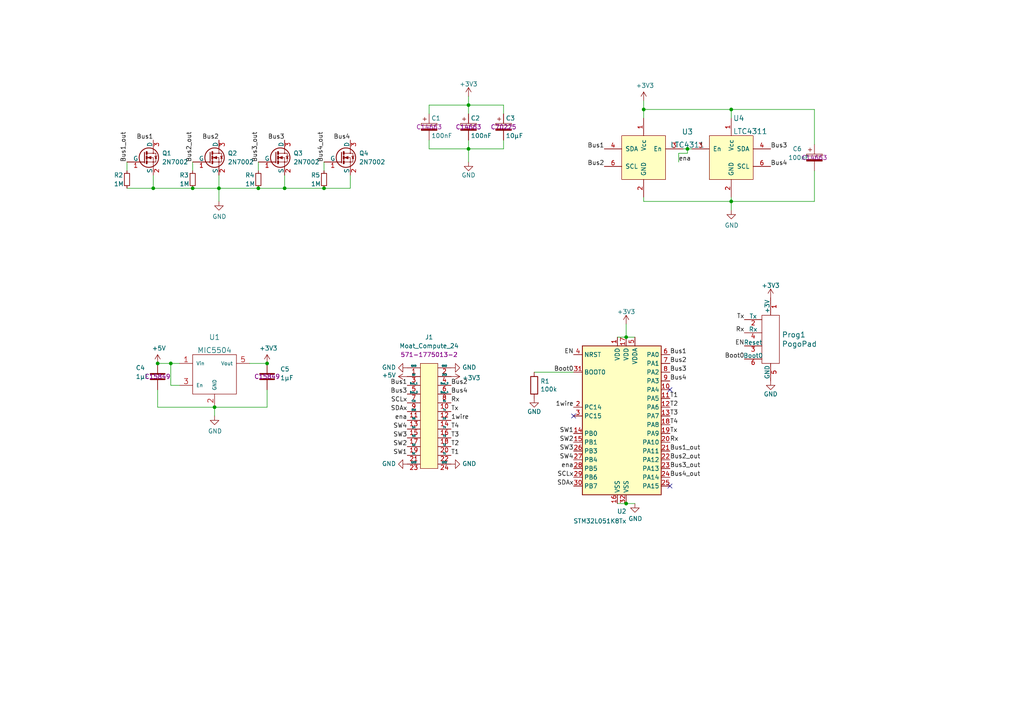
<source format=kicad_sch>
(kicad_sch (version 20220126) (generator eeschema)
  (paper "A4")
  (lib_symbols
    (symbol "Device:R" (pin_numbers hide) (pin_names (offset 0))
      (property "Reference" "R" (at 2.032 0 90))
      (property "Value" "Device_R" (at 0 0 90))
      (symbol "R_0_1"
        (rectangle (start -1.016 -2.54) (end 1.016 2.54) (stroke (width 0.254)))
      )
      (symbol "R_1_1"
        (pin passive line (at 0 3.81 270) (length 1.27) (name "~") (number "1"))
        (pin passive line (at 0 -3.81 90) (length 1.27) (name "~") (number "2"))
      )
    )
    (symbol "LTC4311_1" (pin_names (offset 1.016))
      (property "Reference" "U3" (at 12.7 7.5056 0))
      (property "Value" "LTC4311_1" (at 12.7 3.6956 0))
      (symbol "LTC4311_1_0_1"
        (rectangle (start -6.35 6.35) (end 6.35 -6.35) (fill (type background)))
      )
      (symbol "LTC4311_1_1_1"
        (pin power_in line (at 0 11.43 270) (length 5.08) (name "Vcc") (number "1"))
        (pin power_in line (at 0 -11.43 90) (length 5.08) (name "GND") (number "2"))
        (pin input line (at 11.43 2.54 180) (length 5.08) (name "En") (number "3"))
        (pin bidirectional line (at -11.43 2.54 0) (length 5.08) (name "SDA") (number "4"))
        (pin no_connect line (at 6.35 0 0) (length 2.54) hide (name "NC") (number "5"))
        (pin bidirectional line (at -11.43 -2.54 0) (length 5.08) (name "SCL") (number "6"))
      )
    )
    (symbol "localparts:CP_100n_50V_0603" (pin_numbers hide) (pin_names (offset 0.254))
      (property "Reference" "C4" (at 2.9211 1.1494 0))
      (property "Value" "CP_100n_50V_0603" (at 2.9211 -1.1493 0))
      (property "LCSC" "C14663" (at 0 0 0))
      (symbol "CP_100n_50V_0603_0_1"
        (rectangle (start -2.286 0.508) (end -2.286 1.016))
        (rectangle (start -2.286 0.508) (end 2.286 0.508))
        (polyline (pts (xy -1.778 2.286) (xy -0.762 2.286)))
        (polyline (pts (xy -1.27 2.794) (xy -1.27 1.778)))
        (rectangle (start 2.286 -0.508) (end -2.286 -1.016) (fill (type outline)))
        (rectangle (start 2.286 1.016) (end -2.286 1.016))
        (rectangle (start 2.286 1.016) (end 2.286 0.508))
      )
      (symbol "CP_100n_50V_0603_1_1"
        (pin passive line (at 0 3.81 270) (length 2.794) (name "~") (number "1"))
        (pin passive line (at 0 -3.81 90) (length 2.794) (name "~") (number "2"))
      )
    )
    (symbol "localparts:CP_10µ_16V_0603" (pin_numbers hide) (pin_names (offset 0.254))
      (property "Reference" "C3" (at 2.9211 1.1494 0))
      (property "Value" "CP_10µ_16V_0603" (at 2.9211 -1.1493 0))
      (property "LCSC" "C70225" (at 0 0 0))
      (symbol "CP_10µ_16V_0603_0_1"
        (rectangle (start -2.286 0.508) (end -2.286 1.016))
        (rectangle (start -2.286 0.508) (end 2.286 0.508))
        (polyline (pts (xy -1.778 2.286) (xy -0.762 2.286)))
        (polyline (pts (xy -1.27 2.794) (xy -1.27 1.778)))
        (rectangle (start 2.286 -0.508) (end -2.286 -1.016) (fill (type outline)))
        (rectangle (start 2.286 1.016) (end -2.286 1.016))
        (rectangle (start 2.286 1.016) (end 2.286 0.508))
      )
      (symbol "CP_10µ_16V_0603_1_1"
        (pin passive line (at 0 3.81 270) (length 2.794) (name "~") (number "1"))
        (pin passive line (at 0 -3.81 90) (length 2.794) (name "~") (number "2"))
      )
    )
    (symbol "localparts:CP_1µ_50V_0603" (pin_numbers hide) (pin_names (offset 0.254))
      (property "Reference" "C22" (at 0 6.3692 90))
      (property "Value" "CP_1µ_50V_0603" (at 0 4.07 90))
      (property "LCSC" "C15849" (at 0 0 0))
      (symbol "CP_1µ_50V_0603_0_1"
        (polyline (pts (xy -2.032 -0.762) (xy 2.032 -0.762)) (stroke (width 0.508)))
        (polyline (pts (xy -2.032 0.762) (xy 2.032 0.762)) (stroke (width 0.508)))
      )
      (symbol "CP_1µ_50V_0603_1_1"
        (pin passive line (at 0 3.81 270) (length 2.794) (name "~") (number "1"))
        (pin passive line (at 0 -3.81 90) (length 2.794) (name "~") (number "2"))
      )
    )
    (symbol "localparts:STM32L051K8Tx"
      (property "Reference" "U" (at -12.7 21.59 0))
      (property "Value" "STM32L051K8Tx" (at 5.08 21.59 0))
      (symbol "STM32L051K8Tx_0_1"
        (rectangle (start -12.7 -22.86) (end 10.16 20.32) (stroke (width 0.254)) (fill (type background)))
      )
      (symbol "STM32L051K8Tx_1_1"
        (pin power_in line (at -2.54 22.86 270) (length 2.54) (name "VDD") (number "1"))
        (pin bidirectional line (at 12.7 7.62 180) (length 2.54) (name "PA4") (number "10"))
        (pin bidirectional line (at 12.7 5.08 180) (length 2.54) (name "PA5") (number "11"))
        (pin bidirectional line (at 12.7 2.54 180) (length 2.54) (name "PA6") (number "12"))
        (pin bidirectional line (at 12.7 0 180) (length 2.54) (name "PA7") (number "13"))
        (pin bidirectional line (at -15.24 -5.08 0) (length 2.54) (name "PB0") (number "14"))
        (pin bidirectional line (at -15.24 -7.62 0) (length 2.54) (name "PB1") (number "15"))
        (pin power_in line (at -2.54 -25.4 90) (length 2.54) (name "VSS") (number "16"))
        (pin power_in line (at 0 22.86 270) (length 2.54) (name "VDD") (number "17"))
        (pin bidirectional line (at 12.7 -2.54 180) (length 2.54) (name "PA8") (number "18"))
        (pin bidirectional line (at 12.7 -5.08 180) (length 2.54) (name "PA9") (number "19"))
        (pin bidirectional line (at -15.24 2.54 0) (length 2.54) (name "PC14") (number "2"))
        (pin bidirectional line (at 12.7 -7.62 180) (length 2.54) (name "PA10") (number "20"))
        (pin bidirectional line (at 12.7 -10.16 180) (length 2.54) (name "PA11") (number "21"))
        (pin bidirectional line (at 12.7 -12.7 180) (length 2.54) (name "PA12") (number "22"))
        (pin bidirectional line (at 12.7 -15.24 180) (length 2.54) (name "PA13") (number "23"))
        (pin bidirectional line (at 12.7 -17.78 180) (length 2.54) (name "PA14") (number "24"))
        (pin bidirectional line (at 12.7 -20.32 180) (length 2.54) (name "PA15") (number "25"))
        (pin bidirectional line (at -15.24 -10.16 0) (length 2.54) (name "PB3") (number "26"))
        (pin bidirectional line (at -15.24 -12.7 0) (length 2.54) (name "PB4") (number "27"))
        (pin bidirectional line (at -15.24 -15.24 0) (length 2.54) (name "PB5") (number "28"))
        (pin bidirectional line (at -15.24 -17.78 0) (length 2.54) (name "PB6") (number "29"))
        (pin bidirectional line (at -15.24 0 0) (length 2.54) (name "PC15") (number "3"))
        (pin bidirectional line (at -15.24 -20.32 0) (length 2.54) (name "PB7") (number "30"))
        (pin input line (at -15.24 12.7 0) (length 2.54) (name "BOOT0") (number "31"))
        (pin power_in line (at 0 -25.4 90) (length 2.54) (name "VSS") (number "32"))
        (pin input line (at -15.24 17.78 0) (length 2.54) (name "NRST") (number "4"))
        (pin power_in line (at 2.54 22.86 270) (length 2.54) (name "VDDA") (number "5"))
        (pin bidirectional line (at 12.7 17.78 180) (length 2.54) (name "PA0") (number "6"))
        (pin bidirectional line (at 12.7 15.24 180) (length 2.54) (name "PA1") (number "7"))
        (pin bidirectional line (at 12.7 12.7 180) (length 2.54) (name "PA2") (number "8"))
        (pin bidirectional line (at 12.7 10.16 180) (length 2.54) (name "PA3") (number "9"))
      )
    )
    (symbol "localstuff:+3.3V" (power) (pin_names (offset 0))
      (property "Value" "+3.3V" (at 0 3.556 0))
      (symbol "+3.3V_0_1"
        (polyline (pts (xy -0.762 1.27) (xy 0 2.54)))
        (polyline (pts (xy 0 0) (xy 0 2.54)))
        (polyline (pts (xy 0 2.54) (xy 0.762 1.27)))
      )
      (symbol "+3.3V_1_1"
        (pin power_in line (at 0 0 90) (length 0) hide (name "+3V3") (number "1"))
      )
    )
    (symbol "localstuff:+5V" (power) (pin_names (offset 0))
      (property "Value" "+5V" (at 0 3.556 0))
      (symbol "+5V_0_1"
        (polyline (pts (xy -0.762 1.27) (xy 0 2.54)))
        (polyline (pts (xy 0 0) (xy 0 2.54)))
        (polyline (pts (xy 0 2.54) (xy 0.762 1.27)))
      )
      (symbol "+5V_1_1"
        (pin power_in line (at 0 0 90) (length 0) hide (name "+5V") (number "1"))
      )
    )
    (symbol "localstuff:2N7002" (pin_names (offset 0))
      (property "Reference" "Q" (at 5.08 1.905 0))
      (property "Value" "2N7002" (at 5.08 0 0))
      (symbol "2N7002_0_1"
        (polyline (pts (xy 0.635 -1.016) (xy 0.635 -1.651)) (stroke (width 0.508)))
        (polyline (pts (xy 0.635 0.381) (xy 0.635 -0.381)) (stroke (width 0.508)))
        (polyline (pts (xy 0.635 1.651) (xy 0.635 1.016)) (stroke (width 0.508)))
        (polyline (pts (xy 3.048 0.381) (xy 2.921 0.254)))
        (polyline (pts (xy 3.048 0.381) (xy 3.556 0.381)))
        (polyline (pts (xy 3.556 0.381) (xy 3.683 0.508)))
        (polyline (pts (xy 0 1.524) (xy 0 -1.524) (xy 0 -1.524)) (stroke (width 0.254)))
        (polyline (pts (xy 0.762 -1.27) (xy 2.54 -1.27) (xy 2.54 -2.54) (xy 2.54 -2.54)))
        (polyline (pts (xy 0.762 1.27) (xy 2.54 1.27) (xy 2.54 2.54) (xy 2.54 2.54)))
        (polyline (pts (xy 2.54 1.27) (xy 3.302 1.27) (xy 3.302 -1.27) (xy 2.54 -1.27)))
        (polyline (pts (xy 3.302 0.381) (xy 3.048 -0.254) (xy 3.556 -0.254) (xy 3.302 0.381)) (fill (type outline)))
        (polyline (pts (xy 0.762 0) (xy 1.27 0) (xy 2.54 0) (xy 2.54 -1.27) (xy 2.54 -1.27)))
        (polyline (pts (xy 0.889 0) (xy 1.905 0.381) (xy 1.905 -0.381) (xy 0.889 0) (xy 1.016 0) (xy 1.016 0)) (fill (type outline)))
        (circle (center 1.27 0) (radius 2.8194) (stroke (width 0.254)))
        (circle (center 2.54 -1.27) (radius 0.127))
        (circle (center 2.54 1.27) (radius 0.127))
      )
      (symbol "2N7002_1_1"
        (pin passive line (at -5.08 -1.27 0) (length 5.08) (name "G") (number "1"))
        (pin passive line (at 2.54 -5.08 90) (length 2.54) (name "S") (number "2"))
        (pin passive line (at 2.54 5.08 270) (length 2.54) (name "D") (number "3"))
      )
    )
    (symbol "localstuff:GND" (power) (pin_names (offset 0))
      (property "Value" "GND" (at 0 -3.81 0))
      (symbol "GND_0_1"
        (polyline (pts (xy 0 0) (xy 0 -1.27) (xy 1.27 -1.27) (xy 0 -2.54) (xy -1.27 -1.27) (xy 0 -1.27)))
      )
      (symbol "GND_1_1"
        (pin power_in line (at 0 0 270) (length 0) hide (name "GND") (number "1"))
      )
    )
    (symbol "localstuff:LTC4311" (pin_names (offset 1.016))
      (property "Reference" "U3" (at 12.7 7.5056 0))
      (property "Value" "LTC4311" (at 12.7 3.6956 0))
      (symbol "LTC4311_0_1"
        (rectangle (start -6.35 6.35) (end 6.35 -6.35) (fill (type background)))
      )
      (symbol "LTC4311_1_1"
        (pin power_in line (at 0 11.43 270) (length 5.08) (name "Vcc") (number "1"))
        (pin power_in line (at 0 -11.43 90) (length 5.08) (name "GND") (number "2"))
        (pin input line (at 11.43 2.54 180) (length 5.08) (name "En") (number "3"))
        (pin bidirectional line (at -11.43 2.54 0) (length 5.08) (name "SDA") (number "4"))
        (pin no_connect line (at 6.35 0 0) (length 2.54) hide (name "NC") (number "5"))
        (pin bidirectional line (at -11.43 -2.54 0) (length 5.08) (name "SCL") (number "6"))
      )
    )
    (symbol "localstuff:MIC5504" (pin_names (offset 1.016))
      (property "Reference" "U1" (at 0 11.43 0))
      (property "Value" "MIC5504" (at 0 7.62 0))
      (symbol "MIC5504_0_1"
        (rectangle (start -6.35 6.35) (end 6.35 -5.08))
      )
      (symbol "MIC5504_1_1"
        (pin power_in line (at -10.16 3.81 0) (length 3.81) (name "Vin") (number "1"))
        (pin power_in line (at 0 -8.89 90) (length 3.81) (name "GND") (number "2"))
        (pin input line (at -10.16 -2.54 0) (length 3.81) (name "En") (number "3"))
        (pin no_connect line (at 6.35 -3.175 0) (length 2.54) hide (name "NC") (number "4"))
        (pin power_out line (at 10.16 3.81 180) (length 3.81) (name "Vout") (number "5"))
      )
    )
    (symbol "localstuff:Moat_Compute_24" (pin_names (offset 0))
      (property "Reference" "J" (at 0 13.97 0))
      (property "Value" "Moat_Compute_24" (at 0 -20.32 0))
      (property "Mouser" "571-1775013-2" (at 0 0 90))
      (symbol "Moat_Compute_24_1_1"
        (rectangle (start -2.54 12.7) (end 2.54 -17.78) (fill (type background)))
        (pin power_out line (at -6.35 11.43 0) (length 3.81) (name "GND") (number "1"))
        (pin output line (at 6.35 1.27 180) (length 3.81) (name "Rx") (number "10"))
        (pin open_collector line (at -6.35 -1.27 0) (length 3.81) (name "Dat") (number "11"))
        (pin input line (at 6.35 -1.27 180) (length 3.81) (name "Tx") (number "12"))
        (pin output line (at -6.35 -3.81 0) (length 3.81) (name "S5") (number "13"))
        (pin input line (at 6.35 -3.81 180) (length 3.81) (name "1W") (number "14"))
        (pin output line (at -6.35 -6.35 0) (length 3.81) (name "S4") (number "15"))
        (pin input line (at 6.35 -6.35 180) (length 3.81) (name "T4") (number "16"))
        (pin output line (at -6.35 -8.89 0) (length 3.81) (name "S3") (number "17"))
        (pin input line (at 6.35 -8.89 180) (length 3.81) (name "T3") (number "18"))
        (pin output line (at -6.35 -11.43 0) (length 3.81) (name "S2") (number "19"))
        (pin power_out line (at 6.35 11.43 180) (length 3.81) (name "GND") (number "2"))
        (pin input line (at 6.35 -11.43 180) (length 3.81) (name "T2") (number "20"))
        (pin output line (at -6.35 -13.97 0) (length 3.81) (name "S1") (number "21"))
        (pin input line (at 6.35 -13.97 180) (length 3.81) (name "T1") (number "22"))
        (pin power_out line (at -6.35 -16.51 0) (length 3.81) (name "GND") (number "23"))
        (pin power_out line (at 6.35 -16.51 180) (length 3.81) (name "GND") (number "24"))
        (pin power_out line (at -6.35 8.89 0) (length 3.81) (name "5V") (number "3"))
        (pin power_in line (at 6.35 8.89 180) (length 3.81) (name "3V3") (number "4"))
        (pin bidirectional line (at -6.35 6.35 0) (length 3.81) (name "Bus_1") (number "5"))
        (pin bidirectional line (at 6.35 6.35 180) (length 3.81) (name "Bus_2") (number "6"))
        (pin bidirectional line (at -6.35 3.81 0) (length 3.81) (name "Bus_3") (number "7"))
        (pin bidirectional line (at 6.35 3.81 180) (length 3.81) (name "Bus_4") (number "8"))
        (pin open_collector line (at -6.35 1.27 0) (length 3.81) (name "Clk") (number "9"))
      )
    )
    (symbol "localstuff:PogoPad" (pin_names (offset 0))
      (property "Reference" "Prog" (at -3.81 2.54 90))
      (property "Value" "PogoPad" (at -1.27 -7.62 90))
      (symbol "PogoPad_0_1"
        (rectangle (start -2.54 -7.62) (end 2.54 6.35))
      )
      (symbol "PogoPad_1_1"
        (pin power_out line (at 0 11.43 270) (length 5.08) (name "+3V") (number "1"))
        (pin input line (at 7.62 5.08 180) (length 5.08) (name "Tx") (number "2"))
        (pin output line (at 7.62 -2.54 180) (length 5.08) (name "Reset") (number "3"))
        (pin output line (at 7.62 1.27 180) (length 5.08) (name "Rx") (number "4"))
        (pin power_out line (at 0 -12.7 90) (length 5.08) (name "GND") (number "5"))
        (pin output line (at 7.62 -6.35 180) (length 5.08) (name "Boot0") (number "6"))
      )
    )
    (symbol "localstuff:R" (pin_numbers hide) (pin_names (offset 0.254) hide)
      (property "Reference" "R" (at 0.762 0.508 0))
      (property "Value" "R" (at 0.762 -1.016 0))
      (symbol "R_0_1"
        (rectangle (start -0.762 1.778) (end 0.762 -1.778) (stroke (width 0.2032)))
      )
      (symbol "R_1_1"
        (pin passive line (at 0 2.54 270) (length 0.762) (name "~") (number "1"))
        (pin passive line (at 0 -2.54 90) (length 0.762) (name "~") (number "2"))
      )
    )
  )
  (junction (at 212.09 58.42))
  (junction (at 82.55 54.61))
  (junction (at 93.98 54.61))
  (junction (at 63.5 54.61))
  (junction (at 186.69 31.75))
  (junction (at 199.39 43.18))
  (junction (at 55.88 54.61))
  (junction (at 74.93 54.61))
  (junction (at 62.23 118.11))
  (junction (at 44.45 54.61))
  (junction (at 45.72 105.41))
  (junction (at 77.47 105.41))
  (junction (at 135.89 30.48))
  (junction (at 135.89 43.18))
  (junction (at 181.61 97.79))
  (junction (at 212.09 31.75))
  (junction (at 49.53 105.41))
  (junction (at 181.61 146.05))
  (no_connect (at 194.31 113.03))
  (no_connect (at 166.37 120.65))
  (no_connect (at 194.31 140.97))
  (wire (pts (xy 212.09 57.15) (xy 212.09 58.42)))
  (wire (pts (xy 36.83 46.99) (xy 36.83 49.53)))
  (wire (pts (xy 101.6 50.8) (xy 101.6 54.61)))
  (wire (pts (xy 146.05 33.02) (xy 146.05 30.48)))
  (wire (pts (xy 45.72 113.03) (xy 45.72 118.11)))
  (wire (pts (xy 186.69 31.75) (xy 186.69 34.29)))
  (wire (pts (xy 212.09 58.42) (xy 212.09 60.96)))
  (wire (pts (xy 135.89 43.18) (xy 135.89 46.99)))
  (wire (pts (xy 212.09 34.29) (xy 212.09 31.75)))
  (wire (pts (xy 44.45 50.8) (xy 44.45 54.61)))
  (wire (pts (xy 212.09 31.75) (xy 186.69 31.75)))
  (wire (pts (xy 196.85 44.45) (xy 199.39 44.45)))
  (wire (pts (xy 82.55 54.61) (xy 74.93 54.61)))
  (wire (pts (xy 77.47 118.11) (xy 62.23 118.11)))
  (wire (pts (xy 212.09 58.42) (xy 236.22 58.42)))
  (wire (pts (xy 181.61 97.79) (xy 181.61 93.98)))
  (wire (pts (xy 101.6 54.61) (xy 93.98 54.61)))
  (wire (pts (xy 52.07 111.76) (xy 49.53 111.76)))
  (wire (pts (xy 82.55 54.61) (xy 93.98 54.61)))
  (wire (pts (xy 199.39 44.45) (xy 199.39 43.18)))
  (wire (pts (xy 49.53 105.41) (xy 52.07 105.41)))
  (wire (pts (xy 74.93 46.99) (xy 74.93 49.53)))
  (wire (pts (xy 82.55 50.8) (xy 82.55 54.61)))
  (wire (pts (xy 93.98 46.99) (xy 93.98 49.53)))
  (wire (pts (xy 199.39 43.18) (xy 200.66 43.18)))
  (wire (pts (xy 49.53 111.76) (xy 49.53 105.41)))
  (wire (pts (xy 77.47 113.03) (xy 77.47 118.11)))
  (wire (pts (xy 146.05 43.18) (xy 135.89 43.18)))
  (wire (pts (xy 135.89 30.48) (xy 124.46 30.48)))
  (wire (pts (xy 135.89 40.64) (xy 135.89 43.18)))
  (wire (pts (xy 124.46 40.64) (xy 124.46 43.18)))
  (wire (pts (xy 72.39 105.41) (xy 77.47 105.41)))
  (wire (pts (xy 181.61 97.79) (xy 184.15 97.79)))
  (wire (pts (xy 45.72 118.11) (xy 62.23 118.11)))
  (wire (pts (xy 63.5 54.61) (xy 63.5 58.42)))
  (wire (pts (xy 236.22 49.53) (xy 236.22 58.42)))
  (wire (pts (xy 198.12 43.18) (xy 199.39 43.18)))
  (wire (pts (xy 146.05 30.48) (xy 135.89 30.48)))
  (wire (pts (xy 36.83 54.61) (xy 44.45 54.61)))
  (wire (pts (xy 44.45 54.61) (xy 55.88 54.61)))
  (wire (pts (xy 74.93 54.61) (xy 63.5 54.61)))
  (wire (pts (xy 186.69 57.15) (xy 186.69 58.42)))
  (wire (pts (xy 135.89 27.94) (xy 135.89 30.48)))
  (wire (pts (xy 45.72 105.41) (xy 49.53 105.41)))
  (wire (pts (xy 236.22 31.75) (xy 212.09 31.75)))
  (wire (pts (xy 184.15 146.05) (xy 181.61 146.05)))
  (wire (pts (xy 124.46 30.48) (xy 124.46 33.02)))
  (wire (pts (xy 186.69 58.42) (xy 212.09 58.42)))
  (wire (pts (xy 179.07 97.79) (xy 181.61 97.79)))
  (wire (pts (xy 62.23 118.11) (xy 62.23 120.65)))
  (wire (pts (xy 124.46 43.18) (xy 135.89 43.18)))
  (wire (pts (xy 55.88 46.99) (xy 55.88 49.53)))
  (wire (pts (xy 236.22 41.91) (xy 236.22 31.75)))
  (wire (pts (xy 186.69 29.21) (xy 186.69 31.75)))
  (wire (pts (xy 196.85 46.99) (xy 196.85 44.45)))
  (wire (pts (xy 135.89 30.48) (xy 135.89 33.02)))
  (wire (pts (xy 154.94 107.95) (xy 166.37 107.95)))
  (wire (pts (xy 146.05 40.64) (xy 146.05 43.18)))
  (wire (pts (xy 181.61 146.05) (xy 179.07 146.05)))
  (wire (pts (xy 63.5 54.61) (xy 63.5 50.8)))
  (wire (pts (xy 55.88 54.61) (xy 63.5 54.61)))
  (label "EN" (at 166.37 102.87 0))
  (label "Bus4" (at 101.6 40.64 0))
  (label "SDAx" (at 166.37 140.97 0))
  (label "T3" (at 130.81 127 0))
  (label "T4" (at 130.81 124.46 0))
  (label "ena" (at 118.11 121.92 0))
  (label "T3" (at 194.31 120.65 0))
  (label "Bus3" (at 223.52 43.18 0))
  (label "SW3" (at 118.11 127 0))
  (label "SW1" (at 118.11 132.08 0))
  (label "T2" (at 194.31 118.11 0))
  (label "Bus1" (at 44.45 40.64 0))
  (label "Bus4" (at 194.31 110.49 0))
  (label "SW2" (at 118.11 129.54 0))
  (label "SCLx" (at 118.11 116.84 0))
  (label "T4" (at 194.31 123.19 0))
  (label "Bus3_out" (at 74.93 46.99 90))
  (label "EN" (at 215.9 100.33 0))
  (label "Bus4_out" (at 93.98 46.99 90))
  (label "Bus2_out" (at 194.31 133.35 0))
  (label "Rx" (at 130.81 116.84 0))
  (label "Rx" (at 215.9 96.52 0))
  (label "Bus2" (at 63.5 40.64 0))
  (label "T1" (at 194.31 115.57 0))
  (label "Boot0" (at 215.9 104.14 0))
  (label "Bus4" (at 223.52 48.26 0))
  (label "Bus3" (at 82.55 40.64 0))
  (label "ena" (at 166.37 135.89 0))
  (label "Rx" (at 194.31 128.27 0))
  (label "Bus1_out" (at 36.83 46.99 90))
  (label "T1" (at 130.81 132.08 0))
  (label "SDAx" (at 118.11 119.38 0))
  (label "Boot0" (at 166.37 107.95 0))
  (label "Bus3" (at 118.11 114.3 0))
  (label "Bus3" (at 194.31 107.95 0))
  (label "1wire" (at 166.37 118.11 0))
  (label "Bus4_out" (at 194.31 138.43 0))
  (label "Bus2_out" (at 55.88 46.99 90))
  (label "Bus1_out" (at 194.31 130.81 0))
  (label "Bus1" (at 118.11 111.76 0))
  (label "SW1" (at 166.37 125.73 0))
  (label "Bus1" (at 175.26 43.18 0))
  (label "Bus3_out" (at 194.31 135.89 0))
  (label "Bus4" (at 130.81 114.3 0))
  (label "1wire" (at 130.81 121.92 0))
  (label "Tx" (at 215.9 92.71 0))
  (label "T2" (at 130.81 129.54 0))
  (label "Bus2" (at 175.26 48.26 0))
  (label "Bus2" (at 194.31 105.41 0))
  (label "Tx" (at 130.81 119.38 0))
  (label "Bus2" (at 130.81 111.76 0))
  (label "SCLx" (at 166.37 138.43 0))
  (label "SW3" (at 166.37 130.81 0))
  (label "Bus1" (at 194.31 102.87 0))
  (label "ena" (at 196.85 46.99 0))
  (label "SW4" (at 166.37 133.35 0))
  (label "Tx" (at 194.31 125.73 0))
  (label "SW2" (at 166.37 128.27 0))
  (label "SW4" (at 118.11 124.46 0))
  (symbol (lib_id "localparts:CP_100n_50V_0603") (at 135.89 36.83 0) (unit 1)
    (property "Reference" "C2" (at 136.525 34.29 0) (effects (justify left)))
    (property "Value" "100nF" (at 136.525 39.37 0) (effects (justify left)))
    (property "Footprint" "Capacitor_SMD:C_0603_1608Metric" (effects hide))
    (property "LCSC" "C14663" (at 135.89 36.83 0))
  )
  (symbol (lib_id "localstuff:+3.3V") (at 135.89 27.94 0) (unit 1)
    (property "Reference" "#PWR01" (effects hide))
    (property "Value" "+3.3V" (at 135.89 24.384 0))
  )
  (symbol (lib_id "localstuff:GND") (at 135.89 46.99 0) (unit 1)
    (property "Reference" "#PWR02" (effects hide))
    (property "Value" "GND" (at 135.89 50.8 0))
  )
  (symbol (lib_id "localstuff:+3.3V") (at 223.52 86.36 0) (unit 1)
    (property "Reference" "#PWR015" (effects hide))
    (property "Value" "+3.3V" (at 223.52 82.804 0))
  )
  (symbol (lib_id "localstuff:GND") (at 223.52 110.49 0) (unit 1)
    (property "Reference" "#PWR016" (effects hide))
    (property "Value" "GND" (at 223.52 114.3 0))
  )
  (symbol (lib_id "localstuff:PogoPad") (at 223.52 97.79 0) (mirror y) (unit 1)
    (property "Reference" "Prog1" (at 226.7712 97.0788 0) (effects (font (size 1.524 1.524)) (justify right)))
    (property "Value" "PogoPad" (at 226.7712 99.7712 0) (effects (font (size 1.524 1.524)) (justify right)))
    (property "Footprint" "localstuff:2X3_PAD" (effects hide))
  )
  (symbol (lib_id "Device:R") (at 154.94 111.76 0) (unit 1)
    (property "Reference" "R1" (at 156.718 110.5916 0) (effects (justify left)))
    (property "Value" "100k" (at 156.718 112.903 0) (effects (justify left)))
    (property "Footprint" "Resistor_SMD:R_0603_1608Metric" (effects hide))
  )
  (symbol (lib_id "localstuff:GND") (at 184.15 146.05 0) (unit 1)
    (property "Reference" "#PWR014" (effects hide))
    (property "Value" "GND" (at 184.277 150.4442 0))
  )
  (symbol (lib_id "localstuff:+3.3V") (at 181.61 93.98 0) (unit 1)
    (property "Reference" "#PWR013" (effects hide))
    (property "Value" "+3.3V" (at 181.61 90.424 0))
  )
  (symbol (lib_id "localstuff:+3.3V") (at 130.81 109.22 270) (unit 1)
    (property "Reference" "#PWR03" (effects hide))
    (property "Value" "+3.3V" (at 134.0612 109.601 90) (effects (justify left)))
  )
  (symbol (lib_id "localstuff:+5V") (at 118.11 109.22 90) (unit 1)
    (property "Reference" "#PWR04" (effects hide))
    (property "Value" "+5V" (at 114.8588 108.839 90) (effects (justify left)))
  )
  (symbol (lib_id "localstuff:GND") (at 130.81 134.62 90) (unit 1)
    (property "Reference" "#PWR07" (effects hide))
    (property "Value" "GND" (at 134.0612 134.493 90) (effects (justify right)))
  )
  (symbol (lib_id "localparts:STM32L051K8Tx") (at 181.61 120.65 0) (unit 1)
    (property "Reference" "U2" (at 180.34 148.3106 0))
    (property "Value" "STM32L051K8Tx" (at 173.99 151.13 0))
    (property "Footprint" "Package_QFP:LQFP-32_7x7mm_P0.8mm" (effects hide))
    (property "Datasheet" "http://www.st.com/st-web-ui/static/active/en/resource/technical/document/datasheet/DM00108219.pdf" (effects hide))
  )
  (symbol (lib_id "localstuff:GND") (at 154.94 115.57 0) (unit 1)
    (property "Reference" "#PWR010" (effects hide))
    (property "Value" "GND" (at 154.94 119.38 0))
  )
  (symbol (lib_id "localparts:CP_10µ_16V_0603") (at 146.05 36.83 0) (unit 1)
    (property "Reference" "C3" (at 146.685 34.29 0) (effects (justify left)))
    (property "Value" "10µF" (at 146.685 39.37 0) (effects (justify left)))
    (property "Footprint" "Capacitor_SMD:C_0603_1608Metric" (effects hide))
    (property "LCSC" "C70225" (at 146.05 36.83 0))
  )
  (symbol (lib_id "localparts:CP_100n_50V_0603") (at 124.46 36.83 0) (unit 1)
    (property "Reference" "C1" (at 125.095 34.29 0) (effects (justify left)))
    (property "Value" "100nF" (at 125.095 39.37 0) (effects (justify left)))
    (property "Footprint" "Capacitor_SMD:C_0603_1608Metric" (effects hide))
    (property "LCSC" "C14663" (at 124.46 36.83 0))
  )
  (symbol (lib_id "localstuff:GND") (at 130.81 106.68 90) (unit 1)
    (property "Reference" "#PWR0101" (effects hide))
    (property "Value" "GND" (at 134.0612 106.553 90) (effects (justify right)))
  )
  (symbol (lib_id "localstuff:R") (at 55.88 52.07 0) (unit 1)
    (property "Reference" "R3" (at 52.07 50.8 0) (effects (justify left)))
    (property "Value" "1M" (at 52.07 53.34 0) (effects (justify left)))
    (property "Footprint" "Resistor_SMD:R_0603_1608Metric" (effects hide))
  )
  (symbol (lib_id "localparts:CP_100n_50V_0603") (at 236.22 45.72 0) (unit 1) (in_bom no) (on_board no)
    (property "Reference" "C6" (at 229.87 43.18 0) (effects (justify left)))
    (property "Value" "100nF" (at 228.6 45.72 0) (effects (justify left)))
    (property "Footprint" "Capacitor_SMD:C_0603_1608Metric" (effects hide))
    (property "LCSC" "C14663" (at 236.22 45.72 0))
  )
  (symbol (lib_id "localstuff:2N7002") (at 41.91 45.72 0) (unit 1)
    (property "Reference" "Q1" (at 46.99 44.4499 0) (effects (justify left)))
    (property "Value" "2N7002" (at 46.99 46.9899 0) (effects (justify left)))
    (property "Footprint" "Package_TO_SOT_SMD:SOT-23" (effects hide))
  )
  (symbol (lib_id "localstuff:+5V") (at 45.72 105.41 0) (unit 1)
    (property "Reference" "#PWR0106" (effects hide))
    (property "Value" "+5V" (at 46.101 101.0158 0))
  )
  (symbol (lib_id "localstuff:GND") (at 212.09 60.96 0) (unit 1)
    (property "Reference" "#PWR0109" (effects hide))
    (property "Value" "GND" (at 212.217 65.3542 0))
  )
  (symbol (lib_id "localstuff:+3.3V") (at 77.47 105.41 0) (unit 1)
    (property "Reference" "#PWR0108" (effects hide))
    (property "Value" "+3.3V" (at 77.851 101.0158 0))
  )
  (symbol (lib_id "localstuff:GND") (at 118.11 134.62 270) (mirror x) (unit 1)
    (property "Reference" "#PWR0102" (effects hide))
    (property "Value" "GND" (at 114.8588 134.493 90) (effects (justify right)))
  )
  (symbol (lib_id "localstuff:2N7002") (at 99.06 45.72 0) (unit 1)
    (property "Reference" "Q4" (at 104.14 44.4499 0) (effects (justify left)))
    (property "Value" "2N7002" (at 104.14 46.9899 0) (effects (justify left)))
    (property "Footprint" "Package_TO_SOT_SMD:SOT-23" (effects hide))
  )
  (symbol (lib_name "LTC4311_1") (lib_id "localstuff:LTC4311") (at 186.69 45.72 0) (unit 1) (in_bom no) (on_board no)
    (property "Reference" "U3" (at 199.39 38.2144 0) (effects (font (size 1.524 1.524))))
    (property "Value" "LTC4311" (at 199.39 42.0244 0) (effects (font (size 1.524 1.524))))
    (property "Footprint" "Package_DFN_QFN:ST_UQFN-6L_1.5x1.7mm_Pitch0.5mm" (effects hide))
    (property "Digikey" "296-24729-1-ND " (effects hide))
  )
  (symbol (lib_id "localstuff:R") (at 74.93 52.07 0) (unit 1)
    (property "Reference" "R4" (at 71.12 50.8 0) (effects (justify left)))
    (property "Value" "1M" (at 71.12 53.34 0) (effects (justify left)))
    (property "Footprint" "Resistor_SMD:R_0603_1608Metric" (effects hide))
  )
  (symbol (lib_id "localstuff:LTC4311") (at 212.09 45.72 0) (mirror y) (unit 1) (in_bom no) (on_board no)
    (property "Reference" "U4" (at 212.6106 34.29 0) (effects (font (size 1.524 1.524)) (justify right)))
    (property "Value" "LTC4311" (at 212.6106 38.1 0) (effects (font (size 1.524 1.524)) (justify right)))
    (property "Footprint" "Package_DFN_QFN:ST_UQFN-6L_1.5x1.7mm_Pitch0.5mm" (effects hide))
    (property "Digikey" "296-24729-1-ND " (effects hide))
  )
  (symbol (lib_id "localstuff:Moat_Compute_24") (at 124.46 118.11 0) (unit 1)
    (property "Reference" "J1" (at 124.46 97.79 0))
    (property "Value" "Moat_Compute_24" (at 124.46 100.33 0))
    (property "Footprint" "localstuff:TE_1775013_plug" (effects hide))
    (property "Digikey" "A118066CT-ND " (effects hide))
    (property "Mouser" "571-1775013-2" (at 124.46 102.87 0))
  )
  (symbol (lib_id "localparts:CP_1µ_50V_0603") (at 45.72 109.22 0) (unit 1)
    (property "Reference" "C4" (at 39.37 106.68 0) (effects (justify left)))
    (property "Value" "1µF" (at 39.37 109.22 0) (effects (justify left)))
    (property "Footprint" "Resistor_SMD:R_0603_1608Metric_Pad0.98x0.95mm_HandSolder" (effects hide))
    (property "LCSC" "C15849" (at 45.72 109.22 0))
  )
  (symbol (lib_id "localstuff:GND") (at 63.5 58.42 0) (unit 1)
    (property "Reference" "#PWR0105" (effects hide))
    (property "Value" "GND" (at 63.627 62.8142 0))
  )
  (symbol (lib_id "localstuff:GND") (at 62.23 120.65 0) (unit 1)
    (property "Reference" "#PWR0107" (effects hide))
    (property "Value" "GND" (at 62.357 125.0442 0))
  )
  (symbol (lib_id "localstuff:GND") (at 118.11 106.68 270) (mirror x) (unit 1)
    (property "Reference" "#PWR0104" (effects hide))
    (property "Value" "GND" (at 114.8588 106.553 90) (effects (justify right)))
  )
  (symbol (lib_id "localstuff:R") (at 93.98 52.07 0) (unit 1)
    (property "Reference" "R5" (at 90.17 50.8 0) (effects (justify left)))
    (property "Value" "1M" (at 90.17 53.34 0) (effects (justify left)))
    (property "Footprint" "Resistor_SMD:R_0603_1608Metric" (effects hide))
  )
  (symbol (lib_id "localstuff:2N7002") (at 80.01 45.72 0) (unit 1)
    (property "Reference" "Q3" (at 85.09 44.4499 0) (effects (justify left)))
    (property "Value" "2N7002" (at 85.09 46.9899 0) (effects (justify left)))
    (property "Footprint" "Package_TO_SOT_SMD:SOT-23" (effects hide))
  )
  (symbol (lib_id "localstuff:2N7002") (at 60.96 45.72 0) (unit 1)
    (property "Reference" "Q2" (at 66.04 44.4499 0) (effects (justify left)))
    (property "Value" "2N7002" (at 66.04 46.9899 0) (effects (justify left)))
    (property "Footprint" "Package_TO_SOT_SMD:SOT-23" (effects hide))
  )
  (symbol (lib_id "localstuff:+3.3V") (at 186.69 29.21 0) (unit 1)
    (property "Reference" "#PWR0110" (effects hide))
    (property "Value" "+3.3V" (at 187.071 24.8158 0))
  )
  (symbol (lib_id "localparts:CP_1µ_50V_0603") (at 77.47 109.22 0) (unit 1)
    (property "Reference" "C5" (at 81.28 107.0609 0) (effects (justify left)))
    (property "Value" "1µF" (at 81.28 109.6009 0) (effects (justify left)))
    (property "Footprint" "Resistor_SMD:R_0603_1608Metric_Pad0.98x0.95mm_HandSolder" (effects hide))
    (property "LCSC" "C15849" (at 77.47 109.22 0))
  )
  (symbol (lib_id "localstuff:R") (at 36.83 52.07 0) (unit 1)
    (property "Reference" "R2" (at 33.02 50.8 0) (effects (justify left)))
    (property "Value" "1M" (at 33.02 53.34 0) (effects (justify left)))
    (property "Footprint" "Resistor_SMD:R_0603_1608Metric" (effects hide))
  )
  (symbol (lib_id "localstuff:MIC5504") (at 62.23 109.22 0) (unit 1)
    (property "Reference" "U1" (at 62.23 97.79 0) (effects (font (size 1.524 1.524))))
    (property "Value" "MIC5504" (at 62.23 101.6 0) (effects (font (size 1.524 1.524))))
    (property "Footprint" "Package_TO_SOT_SMD:SOT-23-5" (effects hide))
  )
)
</source>
